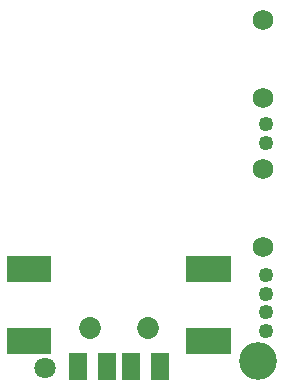
<source format=gbr>
G04 start of page 7 for group -4062 idx -4062 *
G04 Title: (unknown), soldermask *
G04 Creator: pcb 4.2.0 *
G04 CreationDate: Fri Mar 27 23:03:46 2020 UTC *
G04 For: blinken *
G04 Format: Gerber/RS-274X *
G04 PCB-Dimensions (mm): 65.00 56.00 *
G04 PCB-Coordinate-Origin: lower left *
%MOMM*%
%FSLAX43Y43*%
%LNBOTTOMMASK*%
%ADD57C,0.002*%
%ADD56C,1.800*%
%ADD55C,1.254*%
%ADD54C,3.200*%
%ADD53C,1.752*%
%ADD52C,1.852*%
G54D52*X12550Y27150D03*
X7650D03*
G54D53*X22250Y34000D03*
Y40650D03*
Y46600D03*
Y53250D03*
G54D54*X21850Y24400D03*
G54D55*X22500Y26900D03*
Y28500D03*
Y30050D03*
Y31600D03*
G54D56*X3800Y23800D03*
G54D55*X22500Y42800D03*
Y44450D03*
G54D57*G36*
X15773Y33277D02*Y31023D01*
X19527D01*
Y33277D01*
X15773D01*
G37*
G36*
X11827Y25027D02*X10323D01*
Y22773D01*
X11827D01*
Y25027D01*
G37*
G36*
X14327D02*X12823D01*
Y22773D01*
X14327D01*
Y25027D01*
G37*
G36*
X15773Y27177D02*Y24923D01*
X19527D01*
Y27177D01*
X15773D01*
G37*
G36*
X9827Y25027D02*X8323D01*
Y22773D01*
X9827D01*
Y25027D01*
G37*
G36*
X7327D02*X5823D01*
Y22773D01*
X7327D01*
Y25027D01*
G37*
G36*
X573Y33277D02*Y31023D01*
X4327D01*
Y33277D01*
X573D01*
G37*
G36*
Y27177D02*Y24923D01*
X4327D01*
Y27177D01*
X573D01*
G37*
M02*

</source>
